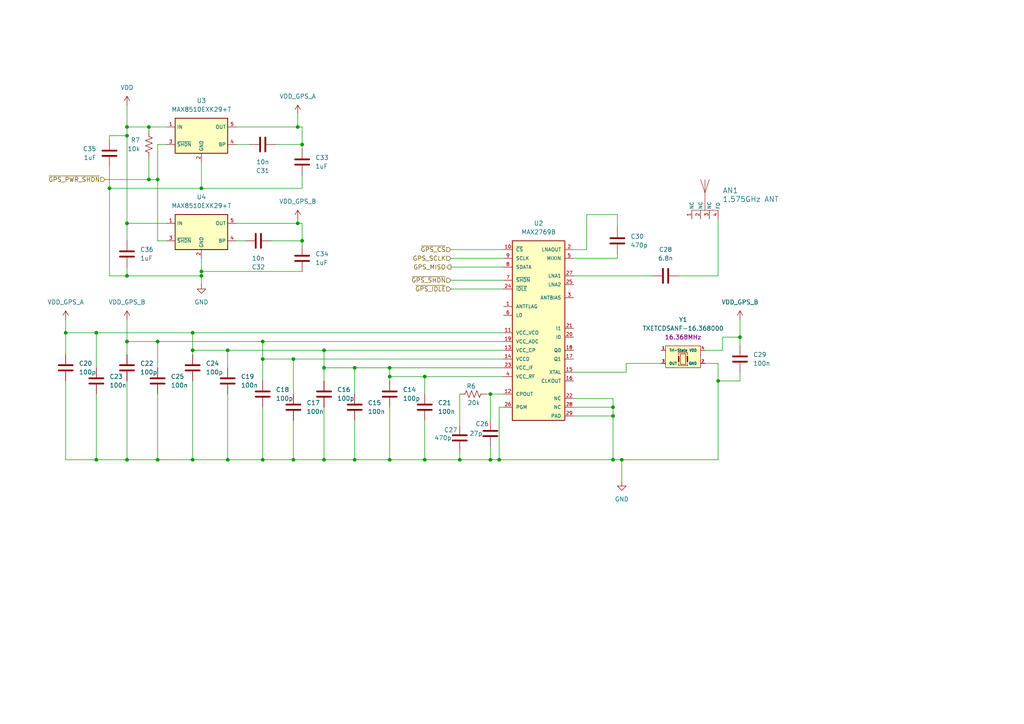
<source format=kicad_sch>
(kicad_sch (version 20231120) (generator "eeschema") (generator_version "8.0")
  (paper "A4")
  (junction (at 45.72 99.06))
  (junction (at 177.8 133.35))
  (junction (at 86.36 64.77))
  (junction (at 76.2 133.35))
  (junction (at 177.8 120.65))
  (junction (at 85.09 133.35))
  (junction (at 102.87 133.35))
  (junction (at 36.83 133.35))
  (junction (at 123.19 109.22))
  (junction (at 113.03 109.22))
  (junction (at 43.18 36.83))
  (junction (at 36.83 64.77))
  (junction (at 36.83 80.01))
  (junction (at 113.03 133.35))
  (junction (at 93.98 133.35))
  (junction (at 208.28 110.49))
  (junction (at 66.04 101.6))
  (junction (at 177.8 118.11))
  (junction (at 66.04 133.35))
  (junction (at 123.19 133.35))
  (junction (at 36.83 39.37))
  (junction (at 102.87 106.68))
  (junction (at 113.03 106.68))
  (junction (at 55.88 133.35))
  (junction (at 87.63 41.91))
  (junction (at 133.35 133.35))
  (junction (at 180.34 133.35))
  (junction (at 43.18 52.07))
  (junction (at 27.94 133.35))
  (junction (at 55.88 101.6))
  (junction (at 93.98 106.68))
  (junction (at 76.2 99.06))
  (junction (at 58.42 78.74))
  (junction (at 86.36 36.83))
  (junction (at 31.75 54.61))
  (junction (at 55.88 96.52))
  (junction (at 58.42 80.01))
  (junction (at 142.24 133.35))
  (junction (at 36.83 36.83))
  (junction (at 144.78 133.35))
  (junction (at 142.24 114.3))
  (junction (at 27.94 96.52))
  (junction (at 45.72 52.07))
  (junction (at 93.98 101.6))
  (junction (at 19.05 96.52))
  (junction (at 76.2 104.14))
  (junction (at 214.63 97.79))
  (junction (at 45.72 133.35))
  (junction (at 58.42 54.61))
  (junction (at 87.63 69.85))
  (junction (at 85.09 104.14))
  (junction (at 36.83 99.06))
  (wire (pts (xy 113.03 110.49) (xy 113.03 109.22)))
  (wire (pts (xy 113.03 106.68) (xy 113.03 109.22)))
  (wire (pts (xy 19.05 133.35) (xy 27.94 133.35)))
  (wire (pts (xy 179.07 74.93) (xy 179.07 73.66)))
  (wire (pts (xy 68.58 69.85) (xy 71.12 69.85)))
  (wire (pts (xy 133.35 133.35) (xy 142.24 133.35)))
  (wire (pts (xy 181.61 107.95) (xy 181.61 105.41)))
  (wire (pts (xy 209.55 101.6) (xy 204.47 101.6)))
  (wire (pts (xy 55.88 102.87) (xy 55.88 101.6)))
  (wire (pts (xy 180.34 133.35) (xy 177.8 133.35)))
  (wire (pts (xy 170.18 62.23) (xy 179.07 62.23)))
  (wire (pts (xy 166.37 74.93) (xy 179.07 74.93)))
  (wire (pts (xy 123.19 114.3) (xy 123.19 109.22)))
  (wire (pts (xy 45.72 133.35) (xy 55.88 133.35)))
  (wire (pts (xy 76.2 99.06) (xy 146.05 99.06)))
  (wire (pts (xy 68.58 36.83) (xy 86.36 36.83)))
  (wire (pts (xy 130.81 83.82) (xy 146.05 83.82)))
  (wire (pts (xy 19.05 92.71) (xy 19.05 96.52)))
  (wire (pts (xy 130.81 72.39) (xy 146.05 72.39)))
  (wire (pts (xy 214.63 97.79) (xy 209.55 97.79)))
  (wire (pts (xy 208.28 110.49) (xy 208.28 133.35)))
  (wire (pts (xy 130.81 74.93) (xy 146.05 74.93)))
  (wire (pts (xy 66.04 101.6) (xy 93.98 101.6)))
  (wire (pts (xy 102.87 133.35) (xy 113.03 133.35)))
  (wire (pts (xy 142.24 114.3) (xy 146.05 114.3)))
  (wire (pts (xy 36.83 110.49) (xy 36.83 133.35)))
  (wire (pts (xy 27.94 96.52) (xy 55.88 96.52)))
  (wire (pts (xy 36.83 36.83) (xy 43.18 36.83)))
  (wire (pts (xy 93.98 110.49) (xy 93.98 106.68)))
  (wire (pts (xy 133.35 114.3) (xy 133.35 123.19)))
  (wire (pts (xy 196.85 80.01) (xy 208.28 80.01)))
  (wire (pts (xy 102.87 106.68) (xy 102.87 114.3)))
  (wire (pts (xy 36.83 133.35) (xy 45.72 133.35)))
  (wire (pts (xy 78.74 69.85) (xy 87.63 69.85)))
  (wire (pts (xy 204.47 105.41) (xy 208.28 105.41)))
  (wire (pts (xy 87.63 78.74) (xy 58.42 78.74)))
  (wire (pts (xy 36.83 30.48) (xy 36.83 36.83)))
  (wire (pts (xy 19.05 96.52) (xy 27.94 96.52)))
  (wire (pts (xy 45.72 69.85) (xy 45.72 52.07)))
  (wire (pts (xy 133.35 130.81) (xy 133.35 133.35)))
  (wire (pts (xy 166.37 120.65) (xy 177.8 120.65)))
  (wire (pts (xy 36.83 69.85) (xy 36.83 64.77)))
  (wire (pts (xy 87.63 54.61) (xy 87.63 50.8)))
  (wire (pts (xy 113.03 133.35) (xy 123.19 133.35)))
  (wire (pts (xy 142.24 133.35) (xy 144.78 133.35)))
  (wire (pts (xy 93.98 118.11) (xy 93.98 133.35)))
  (wire (pts (xy 170.18 72.39) (xy 170.18 62.23)))
  (wire (pts (xy 144.78 133.35) (xy 177.8 133.35)))
  (wire (pts (xy 86.36 64.77) (xy 87.63 64.77)))
  (wire (pts (xy 55.88 96.52) (xy 146.05 96.52)))
  (wire (pts (xy 68.58 64.77) (xy 86.36 64.77)))
  (wire (pts (xy 208.28 110.49) (xy 214.63 110.49)))
  (wire (pts (xy 36.83 80.01) (xy 36.83 77.47)))
  (wire (pts (xy 58.42 46.99) (xy 58.42 54.61)))
  (wire (pts (xy 45.72 114.3) (xy 45.72 133.35)))
  (wire (pts (xy 55.88 101.6) (xy 66.04 101.6)))
  (wire (pts (xy 177.8 133.35) (xy 177.8 120.65)))
  (wire (pts (xy 66.04 106.68) (xy 66.04 101.6)))
  (wire (pts (xy 36.83 102.87) (xy 36.83 99.06)))
  (wire (pts (xy 113.03 106.68) (xy 146.05 106.68)))
  (wire (pts (xy 45.72 41.91) (xy 48.26 41.91)))
  (wire (pts (xy 19.05 110.49) (xy 19.05 133.35)))
  (wire (pts (xy 93.98 101.6) (xy 146.05 101.6)))
  (wire (pts (xy 76.2 104.14) (xy 76.2 110.49)))
  (wire (pts (xy 123.19 121.92) (xy 123.19 133.35)))
  (wire (pts (xy 113.03 118.11) (xy 113.03 133.35)))
  (wire (pts (xy 86.36 63.5) (xy 86.36 64.77)))
  (wire (pts (xy 43.18 36.83) (xy 43.18 38.1)))
  (wire (pts (xy 45.72 99.06) (xy 76.2 99.06)))
  (wire (pts (xy 58.42 80.01) (xy 58.42 78.74)))
  (wire (pts (xy 58.42 80.01) (xy 58.42 82.55)))
  (wire (pts (xy 85.09 133.35) (xy 93.98 133.35)))
  (wire (pts (xy 177.8 120.65) (xy 177.8 118.11)))
  (wire (pts (xy 58.42 74.93) (xy 58.42 78.74)))
  (wire (pts (xy 55.88 133.35) (xy 66.04 133.35)))
  (wire (pts (xy 123.19 133.35) (xy 133.35 133.35)))
  (wire (pts (xy 144.78 118.11) (xy 144.78 133.35)))
  (wire (pts (xy 31.75 54.61) (xy 31.75 80.01)))
  (wire (pts (xy 208.28 105.41) (xy 208.28 110.49)))
  (wire (pts (xy 66.04 133.35) (xy 76.2 133.35)))
  (wire (pts (xy 36.83 80.01) (xy 58.42 80.01)))
  (wire (pts (xy 208.28 80.01) (xy 208.28 63.5)))
  (wire (pts (xy 43.18 45.72) (xy 43.18 52.07)))
  (wire (pts (xy 66.04 114.3) (xy 66.04 133.35)))
  (wire (pts (xy 166.37 72.39) (xy 170.18 72.39)))
  (wire (pts (xy 31.75 39.37) (xy 36.83 39.37)))
  (wire (pts (xy 87.63 64.77) (xy 87.63 69.85)))
  (wire (pts (xy 86.36 33.02) (xy 86.36 36.83)))
  (wire (pts (xy 55.88 110.49) (xy 55.88 133.35)))
  (wire (pts (xy 177.8 115.57) (xy 166.37 115.57)))
  (wire (pts (xy 142.24 129.54) (xy 142.24 133.35)))
  (wire (pts (xy 180.34 133.35) (xy 180.34 139.7)))
  (wire (pts (xy 144.78 118.11) (xy 146.05 118.11)))
  (wire (pts (xy 166.37 107.95) (xy 181.61 107.95)))
  (wire (pts (xy 19.05 102.87) (xy 19.05 96.52)))
  (wire (pts (xy 123.19 109.22) (xy 146.05 109.22)))
  (wire (pts (xy 58.42 54.61) (xy 87.63 54.61)))
  (wire (pts (xy 30.48 52.07) (xy 43.18 52.07)))
  (wire (pts (xy 113.03 109.22) (xy 123.19 109.22)))
  (wire (pts (xy 179.07 62.23) (xy 179.07 66.04)))
  (wire (pts (xy 181.61 105.41) (xy 191.77 105.41)))
  (wire (pts (xy 31.75 48.26) (xy 31.75 54.61)))
  (wire (pts (xy 36.83 99.06) (xy 45.72 99.06)))
  (wire (pts (xy 36.83 92.71) (xy 36.83 99.06)))
  (wire (pts (xy 27.94 133.35) (xy 36.83 133.35)))
  (wire (pts (xy 76.2 118.11) (xy 76.2 133.35)))
  (wire (pts (xy 80.01 41.91) (xy 87.63 41.91)))
  (wire (pts (xy 31.75 80.01) (xy 36.83 80.01)))
  (wire (pts (xy 76.2 133.35) (xy 85.09 133.35)))
  (wire (pts (xy 43.18 36.83) (xy 48.26 36.83)))
  (wire (pts (xy 27.94 114.3) (xy 27.94 133.35)))
  (wire (pts (xy 86.36 36.83) (xy 87.63 36.83)))
  (wire (pts (xy 140.97 114.3) (xy 142.24 114.3)))
  (wire (pts (xy 87.63 41.91) (xy 87.63 43.18)))
  (wire (pts (xy 177.8 118.11) (xy 177.8 115.57)))
  (wire (pts (xy 45.72 41.91) (xy 45.72 52.07)))
  (wire (pts (xy 48.26 69.85) (xy 45.72 69.85)))
  (wire (pts (xy 214.63 110.49) (xy 214.63 107.95)))
  (wire (pts (xy 31.75 54.61) (xy 58.42 54.61)))
  (wire (pts (xy 27.94 96.52) (xy 27.94 106.68)))
  (wire (pts (xy 85.09 104.14) (xy 146.05 104.14)))
  (wire (pts (xy 31.75 39.37) (xy 31.75 40.64)))
  (wire (pts (xy 93.98 106.68) (xy 102.87 106.68)))
  (wire (pts (xy 76.2 99.06) (xy 76.2 104.14)))
  (wire (pts (xy 45.72 99.06) (xy 45.72 106.68)))
  (wire (pts (xy 85.09 104.14) (xy 85.09 114.3)))
  (wire (pts (xy 93.98 133.35) (xy 102.87 133.35)))
  (wire (pts (xy 130.81 81.28) (xy 146.05 81.28)))
  (wire (pts (xy 85.09 121.92) (xy 85.09 133.35)))
  (wire (pts (xy 76.2 104.14) (xy 85.09 104.14)))
  (wire (pts (xy 130.81 77.47) (xy 146.05 77.47)))
  (wire (pts (xy 102.87 121.92) (xy 102.87 133.35)))
  (wire (pts (xy 36.83 39.37) (xy 36.83 64.77)))
  (wire (pts (xy 87.63 36.83) (xy 87.63 41.91)))
  (wire (pts (xy 214.63 100.33) (xy 214.63 97.79)))
  (wire (pts (xy 166.37 80.01) (xy 189.23 80.01)))
  (wire (pts (xy 43.18 52.07) (xy 45.72 52.07)))
  (wire (pts (xy 36.83 36.83) (xy 36.83 39.37)))
  (wire (pts (xy 214.63 92.71) (xy 214.63 97.79)))
  (wire (pts (xy 208.28 133.35) (xy 180.34 133.35)))
  (wire (pts (xy 142.24 114.3) (xy 142.24 121.92)))
  (wire (pts (xy 93.98 101.6) (xy 93.98 106.68)))
  (wire (pts (xy 68.58 41.91) (xy 72.39 41.91)))
  (wire (pts (xy 36.83 64.77) (xy 48.26 64.77)))
  (wire (pts (xy 102.87 106.68) (xy 113.03 106.68)))
  (wire (pts (xy 87.63 69.85) (xy 87.63 71.12)))
  (wire (pts (xy 166.37 118.11) (xy 177.8 118.11)))
  (wire (pts (xy 209.55 97.79) (xy 209.55 101.6)))
  (wire (pts (xy 55.88 96.52) (xy 55.88 101.6)))
  (hierarchical_label "GPS_SCLK" (shape input) (at 130.81 74.93 180))
  (hierarchical_label "~{GPS_SHDN}" (shape input) (at 130.81 81.28 180))
  (hierarchical_label "~{GPS_IDLE}" (shape input) (at 130.81 83.82 180))
  (hierarchical_label "~{GPS_PWR_SHDN}" (shape input) (at 30.48 52.07 180))
  (hierarchical_label "GPS_MISO" (shape output) (at 130.81 77.47 180))
  (hierarchical_label "~{GPS_CS}" (shape input) (at 130.81 72.39 180))
  (symbol (lib_id "AllardPassive:C10A90-10000") (at 76.2 41.91 90) (mirror x) (unit 1)
    (property "Reference" "C31" (at 76.2 49.53 90))
    (property "Value" "10n" (at 76.2 46.99 90))
    (property "Footprint" "AllardChip:CAPC40X20X22L10L" (effects (hide yes)))
    (property "Datasheet" "https://search.murata.co.jp/Ceramy/image/img/A01X/G101/ENG/GRM022C71A103KE01-01A.pdf" (effects (hide yes)))
    (property "Description" "10nF 10V 01005 X7S 10% Cap" (effects (hide yes)))
    (property "MPN" "GRM022C71A103KE01L" (effects (hide yes)))
    (property "manf#" "GRM022C71A103KE01L" (effects (hide yes)))
    (property "SUP1" "Digi-Key" (effects (hide yes)))
    (property "SUP1_PN" "490-GRM022C71A103KE01LTR-ND" (effects (hide yes)))
    (property "AI_PN" "${SYMBOL_NAME}" (effects (hide yes)))
    (property "SUP2" "Mouser" (effects (hide yes)))
    (property "SUP2_PN" "81-GRM0271A103KE01L" (effects (hide yes)))
    (property "Voltage" "50V" (effects (hide yes)))
    (property "ESR" "X7R" (effects (hide yes)))
    (property "Temperature" "-55-125" (effects (hide yes)))
    (property "Tolerance" "10%" (effects (hide yes)))
    (property "Manufacturer" "Murata Electronics" (effects (hide yes)))
    (property "variant" "default" (effects (hide yes)))
  )
  (symbol (lib_id "power:GND") (at 180.34 139.7 0) (unit 1)
    (property "Reference" "#PWR07" (effects (hide yes)))
    (property "Value" "GND" (at 180.34 144.78 0))
    (property "Description" "Power symbol creates a global label with name \"GND\" , ground" (effects (hide yes)))
  )
  (symbol (lib_id "AllardPassive:C10A71-10000") (at 87.63 74.93 0) (unit 1)
    (property "Reference" "C34" (at 91.44 73.6599 0) (effects (justify left)))
    (property "Value" "1uF" (at 91.44 76.1999 0) (effects (justify left)))
    (property "Footprint" "AllardChip:CAPC60X30X39L17L" (effects (hide yes)))
    (property "Datasheet" "https://search.murata.co.jp/Ceramy/image/img/A01X/G101/ENG/GRM033D70J105ME01-01A.pdf" (effects (hide yes)))
    (property "Description" "1uF 6.3V 0201 X7T 20% Cap" (effects (hide yes)))
    (property "MPN" "GRM033D70J105ME01D" (effects (hide yes)))
    (property "manf#" "GRM033D70J105ME01D" (effects (hide yes)))
    (property "SUP1" "Digi-Key" (effects (hide yes)))
    (property "SUP1_PN" "490-GRM033D70J105ME01DCT-ND" (effects (hide yes)))
    (property "AI_PN" "${SYMBOL_NAME}" (effects (hide yes)))
    (property "SUP2" "Mouser" (effects (hide yes)))
    (property "SUP2_PN" "81-GRM033D70J105ME1D" (effects (hide yes)))
    (property "Voltage" "6.3V" (effects (hide yes)))
    (property "ESR" "X7T" (effects (hide yes)))
    (property "Temperature" "-55-125" (effects (hide yes)))
    (property "Tolerance" "10%" (effects (hide yes)))
    (property "Manufacturer" "Murata Electronics" (effects (hide yes)))
    (property "variant" "default" (effects (hide yes)))
  )
  (symbol (lib_id "AllardPassive:C10AB1-10000") (at 76.2 114.3 0) (unit 1)
    (property "Reference" "C18" (at 80.01 113.0299 0) (effects (justify left)))
    (property "Value" "100p" (at 80.01 115.5699 0) (effects (justify left)))
    (property "Footprint" "AllardChip:CAPC60X30X33L15L" (effects (hide yes)))
    (property "Datasheet" "https://search.murata.co.jp/Ceramy/image/img/A01X/G101/ENG/GRM033R71H101KA12-01.pdf" (effects (hide yes)))
    (property "Description" "100pF 50V 0201 X7R 10% Cap" (effects (hide yes)))
    (property "MPN" "GRM033R71H101KA12D" (effects (hide yes)))
    (property "manf#" "GRM033R71H101KA12D" (effects (hide yes)))
    (property "SUP1" "Digi-Key" (effects (hide yes)))
    (property "SUP1_PN" "490-14572-1-ND" (effects (hide yes)))
    (property "AI_PN" "${SYMBOL_NAME}" (effects (hide yes)))
    (property "SUP2" "Mouser" (effects (hide yes)))
    (property "SUP2_PN" "81-GRM033R71H101KA2D" (effects (hide yes)))
    (property "Voltage" "50V" (effects (hide yes)))
    (property "ESR" "X7R" (effects (hide yes)))
    (property "Temperature" "-55-125" (effects (hide yes)))
    (property "Tolerance" "10%" (effects (hide yes)))
    (property "Manufacturer" "Murata Electronics" (effects (hide yes)))
    (property "variant" "default" (effects (hide yes)))
    (property "SUP3" "LCSC" (effects (hide yes)))
    (property "SUP3_PN" "C161491" (effects (hide yes)))
  )
  (symbol (lib_id "AllardPassive:C68AA1-10000") (at 193.04 80.01 90) (unit 1)
    (property "Reference" "C28" (at 193.04 72.39 90))
    (property "Value" "6.8n" (at 193.04 74.93 90))
    (property "Footprint" "AllardChip:CAPC60X30X33L15L" (effects (hide yes)))
    (property "Datasheet" "https://search.murata.co.jp/Ceramy/image/img/A01X/G101/ENG/GRM033R71E682KE14-01.pdf" (effects (hide yes)))
    (property "Description" "10nF 25V 0201 X7R 10% Cap" (effects (hide yes)))
    (property "MPN" "GRM033R71E682KE14D" (effects (hide yes)))
    (property "manf#" "GRM033R71E682KE14D" (effects (hide yes)))
    (property "SUP1" "Digi-Key" (effects (hide yes)))
    (property "SUP1_PN" "490-17101-1-ND" (effects (hide yes)))
    (property "AI_PN" "${SYMBOL_NAME}" (effects (hide yes)))
    (property "SUP2" "Mouser" (effects (hide yes)))
    (property "SUP2_PN" "81-GRM033R71E682KE4D" (effects (hide yes)))
    (property "Voltage" "25V" (effects (hide yes)))
    (property "ESR" "X7R" (effects (hide yes)))
    (property "Temperature" "-55-125" (effects (hide yes)))
    (property "Tolerance" "10%" (effects (hide yes)))
    (property "Manufacturer" "Murata Electronics" (effects (hide yes)))
    (property "variant" "default" (effects (hide yes)))
    (property "SUP3" "LCSC" (effects (hide yes)))
    (property "SUP3_PN" "C385027" (effects (hide yes)))
  )
  (symbol (lib_id "power:VDD") (at 214.63 92.71 0) (unit 1)
    (property "Reference" "#PWR016" (effects (hide yes)))
    (property "Value" "VDD_GPS_B" (at 214.63 87.63 0))
    (property "Description" "Power symbol creates a global label with name \"VDD\"" (effects (hide yes)))
  )
  (symbol (lib_id "AllardPassive:C10A71-10000") (at 87.63 46.99 0) (unit 1)
    (property "Reference" "C33" (at 91.44 45.7199 0) (effects (justify left)))
    (property "Value" "1uF" (at 91.44 48.2599 0) (effects (justify left)))
    (property "Footprint" "AllardChip:CAPC60X30X39L17L" (effects (hide yes)))
    (property "Datasheet" "https://search.murata.co.jp/Ceramy/image/img/A01X/G101/ENG/GRM033D70J105ME01-01A.pdf" (effects (hide yes)))
    (property "Description" "1uF 6.3V 0201 X7T 20% Cap" (effects (hide yes)))
    (property "MPN" "GRM033D70J105ME01D" (effects (hide yes)))
    (property "manf#" "GRM033D70J105ME01D" (effects (hide yes)))
    (property "SUP1" "Digi-Key" (effects (hide yes)))
    (property "SUP1_PN" "490-GRM033D70J105ME01DCT-ND" (effects (hide yes)))
    (property "AI_PN" "${SYMBOL_NAME}" (effects (hide yes)))
    (property "SUP2" "Mouser" (effects (hide yes)))
    (property "SUP2_PN" "81-GRM033D70J105ME1D" (effects (hide yes)))
    (property "Voltage" "6.3V" (effects (hide yes)))
    (property "ESR" "X7T" (effects (hide yes)))
    (property "Temperature" "-55-125" (effects (hide yes)))
    (property "Tolerance" "10%" (effects (hide yes)))
    (property "Manufacturer" "Murata Electronics" (effects (hide yes)))
    (property "variant" "default" (effects (hide yes)))
  )
  (symbol (lib_id "AllardPassive:C10A81-10000") (at 214.63 104.14 0) (unit 1)
    (property "Reference" "C29" (at 218.44 102.8699 0) (effects (justify left)))
    (property "Value" "100n" (at 218.44 105.4099 0) (effects (justify left)))
    (property "Footprint" "AllardChip:CAPC60X30X39L17L" (effects (hide yes)))
    (property "Datasheet" "https://search.murata.co.jp/Ceramy/image/img/A01X/G101/ENG/GRM033Z71C104KE14-01.pdf" (effects (hide yes)))
    (property "Description" "100nF 16V 0201 X7R 10% Cap" (effects (hide yes)))
    (property "MPN" "GRM033Z71C104KE14D" (effects (hide yes)))
    (property "manf#" "GRM033Z71C104KE14D" (effects (hide yes)))
    (property "SUP1" "Digi-Key" (effects (hide yes)))
    (property "SUP1_PN" "490-GRM033Z71C104KE14DCT-ND" (effects (hide yes)))
    (property "AI_PN" "${SYMBOL_NAME}" (effects (hide yes)))
    (property "SUP2" "Mouser" (effects (hide yes)))
    (property "SUP2_PN" "81-GRM033Z71C104KE4D" (effects (hide yes)))
    (property "Voltage" "16V" (effects (hide yes)))
    (property "ESR" "X7R" (effects (hide yes)))
    (property "Temperature" "-55-125" (effects (hide yes)))
    (property "Tolerance" "10%" (effects (hide yes)))
    (property "Manufacturer" "Murata Electronics" (effects (hide yes)))
    (property "variant" "default" (effects (hide yes)))
    (property "SUP3" "LCSC" (effects (hide yes)))
    (property "SUP3_PN" "C668346" (effects (hide yes)))
  )
  (symbol (lib_id "AllardPassive:R20021-10000") (at 137.16 114.3 90) (unit 1)
    (property "Reference" "R6" (at 136.652 112.014 90))
    (property "Value" "20k" (at 137.414 116.84 90))
    (property "Footprint" "AllardChip:RESC60X30X26L15L" (effects (hide yes)))
    (property "Datasheet" "https://industrial.panasonic.com/cdbs/www-data/pdf/RDA0000/AOA0000C304.pdf" (effects (hide yes)))
    (property "Description" "20k 0201 0.05W 1% Res" (effects (hide yes)))
    (property "AI_PN" "${SYMBOL_NAME}" (effects (hide yes)))
    (property "MPN" "ERJ-1GNF2002C" (effects (hide yes)))
    (property "Manufacturer" "Panasonic Electronics Components" (effects (hide yes)))
    (property "manf#" "ERJ-1GNF2002C" (effects (hide yes)))
    (property "SUP1" "Digi-Key" (effects (hide yes)))
    (property "SUP1_PN" "P122813CT-ND" (effects (hide yes)))
    (property "SUP2" "Mouser" (effects (hide yes)))
    (property "SUP2_PN" "667-ERJ-1GNF2002C" (effects (hide yes)))
    (property "Tolerance" "1%" (effects (hide yes)))
    (property "Power" "0.05W" (effects (hide yes)))
    (property "Temperature" "-55-125" (effects (hide yes)))
    (property "variant" "default" (effects (hide yes)))
    (property "TempCoef" "±200ppm/°C" (effects (hide yes)))
  )
  (symbol (lib_id "power:VDD") (at 36.83 30.48 0) (unit 1)
    (property "Reference" "#PWR012" (effects (hide yes)))
    (property "Value" "VDD" (at 36.83 25.4 0))
    (property "Description" "Power symbol creates a global label with name \"VDD\"" (effects (hide yes)))
  )
  (symbol (lib_id "power:VDD") (at 86.36 63.5 0) (unit 1)
    (property "Reference" "#PWR015" (effects (hide yes)))
    (property "Value" "VDD_GPS_B" (at 86.36 58.42 0))
    (property "Description" "Power symbol creates a global label with name \"VDD\"" (effects (hide yes)))
  )
  (symbol (lib_id "AllardPassive:C10A71-10000") (at 31.75 44.45 0) (mirror y) (unit 1)
    (property "Reference" "C35" (at 27.94 43.1799 0) (effects (justify left)))
    (property "Value" "1uF" (at 27.94 45.7199 0) (effects (justify left)))
    (property "Footprint" "AllardChip:CAPC60X30X39L17L" (effects (hide yes)))
    (property "Datasheet" "https://search.murata.co.jp/Ceramy/image/img/A01X/G101/ENG/GRM033D70J105ME01-01A.pdf" (effects (hide yes)))
    (property "Description" "1uF 6.3V 0201 X7T 20% Cap" (effects (hide yes)))
    (property "MPN" "GRM033D70J105ME01D" (effects (hide yes)))
    (property "manf#" "GRM033D70J105ME01D" (effects (hide yes)))
    (property "SUP1" "Digi-Key" (effects (hide yes)))
    (property "SUP1_PN" "490-GRM033D70J105ME01DCT-ND" (effects (hide yes)))
    (property "AI_PN" "${SYMBOL_NAME}" (effects (hide yes)))
    (property "SUP2" "Mouser" (effects (hide yes)))
    (property "SUP2_PN" "81-GRM033D70J105ME1D" (effects (hide yes)))
    (property "Voltage" "6.3V" (effects (hide yes)))
    (property "ESR" "X7T" (effects (hide yes)))
    (property "Temperature" "-55-125" (effects (hide yes)))
    (property "Tolerance" "10%" (effects (hide yes)))
    (property "Manufacturer" "Murata Electronics" (effects (hide yes)))
    (property "variant" "default" (effects (hide yes)))
  )
  (symbol (lib_id "power:VDD") (at 86.36 33.02 0) (unit 1)
    (property "Reference" "#PWR014" (effects (hide yes)))
    (property "Value" "VDD_GPS_A" (at 86.36 27.94 0))
    (property "Description" "Power symbol creates a global label with name \"VDD\"" (effects (hide yes)))
  )
  (symbol (lib_id "AllardPassive:C10AB1-10000") (at 55.88 106.68 0) (unit 1)
    (property "Reference" "C24" (at 59.69 105.4099 0) (effects (justify left)))
    (property "Value" "100p" (at 59.69 107.9499 0) (effects (justify left)))
    (property "Footprint" "AllardChip:CAPC60X30X33L15L" (effects (hide yes)))
    (property "Datasheet" "https://search.murata.co.jp/Ceramy/image/img/A01X/G101/ENG/GRM033R71H101KA12-01.pdf" (effects (hide yes)))
    (property "Description" "100pF 50V 0201 X7R 10% Cap" (effects (hide yes)))
    (property "MPN" "GRM033R71H101KA12D" (effects (hide yes)))
    (property "manf#" "GRM033R71H101KA12D" (effects (hide yes)))
    (property "SUP1" "Digi-Key" (effects (hide yes)))
    (property "SUP1_PN" "490-14572-1-ND" (effects (hide yes)))
    (property "AI_PN" "${SYMBOL_NAME}" (effects (hide yes)))
    (property "SUP2" "Mouser" (effects (hide yes)))
    (property "SUP2_PN" "81-GRM033R71H101KA2D" (effects (hide yes)))
    (property "Voltage" "50V" (effects (hide yes)))
    (property "ESR" "X7R" (effects (hide yes)))
    (property "Temperature" "-55-125" (effects (hide yes)))
    (property "Tolerance" "10%" (effects (hide yes)))
    (property "Manufacturer" "Murata Electronics" (effects (hide yes)))
    (property "variant" "default" (effects (hide yes)))
    (property "SUP3" "LCSC" (effects (hide yes)))
    (property "SUP3_PN" "C161491" (effects (hide yes)))
  )
  (symbol (lib_id "power:VDD") (at 36.83 92.71 0) (unit 1)
    (property "Reference" "#PWR017" (effects (hide yes)))
    (property "Value" "VDD_GPS_B" (at 36.83 87.63 0))
    (property "Description" "Power symbol creates a global label with name \"VDD\"" (effects (hide yes)))
  )
  (symbol (lib_id "AllardPassive:C27AC1-10000") (at 142.24 125.73 0) (unit 1)
    (property "Reference" "C26" (at 137.922 122.936 0) (effects (justify left)))
    (property "Value" "27p" (at 136.144 125.73 0) (effects (justify left)))
    (property "Footprint" "AllardChip:CAPC60X30X33L15L" (effects (hide yes)))
    (property "Datasheet" "https://search.murata.co.jp/Ceramy/image/img/A01X/G101/ENG/GRM0335C1E270JA01-01.pdf" (effects (hide yes)))
    (property "Description" "27pF 25V 0201 X7R 5% Cap" (effects (hide yes)))
    (property "MPN" "GRM0335C1E270JA01D" (effects (hide yes)))
    (property "manf#" "GRM0335C1E270JA01D" (effects (hide yes)))
    (property "SUP1" "Digi-Key" (effects (hide yes)))
    (property "SUP1_PN" "490-3150-1-ND" (effects (hide yes)))
    (property "AI_PN" "${SYMBOL_NAME}" (effects (hide yes)))
    (property "SUP2" "Mouser" (effects (hide yes)))
    (property "SUP2_PN" "81-GRM0335C1E270JA1D" (effects (hide yes)))
    (property "Voltage" "25V" (effects (hide yes)))
    (property "ESR" "X7R" (effects (hide yes)))
    (property "Temperature" "-55-125" (effects (hide yes)))
    (property "Tolerance" "5%" (effects (hide yes)))
    (property "Manufacturer" "Murata Electronics" (effects (hide yes)))
    (property "variant" "default" (effects (hide yes)))
    (property "SUP3" "LCSC" (effects (hide yes)))
    (property "SUP3_PN" "C161381" (effects (hide yes)))
  )
  (symbol (lib_id "AllardPassive:C10A90-10000") (at 74.93 69.85 90) (mirror x) (unit 1)
    (property "Reference" "C32" (at 74.93 77.47 90))
    (property "Value" "10n" (at 74.93 74.93 90))
    (property "Footprint" "AllardChip:CAPC40X20X22L10L" (effects (hide yes)))
    (property "Datasheet" "https://search.murata.co.jp/Ceramy/image/img/A01X/G101/ENG/GRM022C71A103KE01-01A.pdf" (effects (hide yes)))
    (property "Description" "10nF 10V 01005 X7S 10% Cap" (effects (hide yes)))
    (property "MPN" "GRM022C71A103KE01L" (effects (hide yes)))
    (property "manf#" "GRM022C71A103KE01L" (effects (hide yes)))
    (property "SUP1" "Digi-Key" (effects (hide yes)))
    (property "SUP1_PN" "490-GRM022C71A103KE01LTR-ND" (effects (hide yes)))
    (property "AI_PN" "${SYMBOL_NAME}" (effects (hide yes)))
    (property "SUP2" "Mouser" (effects (hide yes)))
    (property "SUP2_PN" "81-GRM0271A103KE01L" (effects (hide yes)))
    (property "Voltage" "50V" (effects (hide yes)))
    (property "ESR" "X7R" (effects (hide yes)))
    (property "Temperature" "-55-125" (effects (hide yes)))
    (property "Tolerance" "10%" (effects (hide yes)))
    (property "Manufacturer" "Murata Electronics" (effects (hide yes)))
    (property "variant" "default" (effects (hide yes)))
  )
  (symbol (lib_id "AllardPassive:C10A81-10000") (at 85.09 118.11 0) (unit 1)
    (property "Reference" "C17" (at 88.9 116.8399 0) (effects (justify left)))
    (property "Value" "100n" (at 88.9 119.3799 0) (effects (justify left)))
    (property "Footprint" "AllardChip:CAPC60X30X39L17L" (effects (hide yes)))
    (property "Datasheet" "https://search.murata.co.jp/Ceramy/image/img/A01X/G101/ENG/GRM033Z71C104KE14-01.pdf" (effects (hide yes)))
    (property "Description" "100nF 16V 0201 X7R 10% Cap" (effects (hide yes)))
    (property "MPN" "GRM033Z71C104KE14D" (effects (hide yes)))
    (property "manf#" "GRM033Z71C104KE14D" (effects (hide yes)))
    (property "SUP1" "Digi-Key" (effects (hide yes)))
    (property "SUP1_PN" "490-GRM033Z71C104KE14DCT-ND" (effects (hide yes)))
    (property "AI_PN" "${SYMBOL_NAME}" (effects (hide yes)))
    (property "SUP2" "Mouser" (effects (hide yes)))
    (property "SUP2_PN" "81-GRM033Z71C104KE4D" (effects (hide yes)))
    (property "Voltage" "16V" (effects (hide yes)))
    (property "ESR" "X7R" (effects (hide yes)))
    (property "Temperature" "-55-125" (effects (hide yes)))
    (property "Tolerance" "10%" (effects (hide yes)))
    (property "Manufacturer" "Murata Electronics" (effects (hide yes)))
    (property "variant" "default" (effects (hide yes)))
    (property "SUP3" "LCSC" (effects (hide yes)))
    (property "SUP3_PN" "C668346" (effects (hide yes)))
  )
  (symbol (lib_id "AllardPassive:C10A81-10000") (at 27.94 110.49 0) (unit 1)
    (property "Reference" "C23" (at 31.75 109.2199 0) (effects (justify left)))
    (property "Value" "100n" (at 31.75 111.7599 0) (effects (justify left)))
    (property "Footprint" "AllardChip:CAPC60X30X39L17L" (effects (hide yes)))
    (property "Datasheet" "https://search.murata.co.jp/Ceramy/image/img/A01X/G101/ENG/GRM033Z71C104KE14-01.pdf" (effects (hide yes)))
    (property "Description" "100nF 16V 0201 X7R 10% Cap" (effects (hide yes)))
    (property "MPN" "GRM033Z71C104KE14D" (effects (hide yes)))
    (property "manf#" "GRM033Z71C104KE14D" (effects (hide yes)))
    (property "SUP1" "Digi-Key" (effects (hide yes)))
    (property "SUP1_PN" "490-GRM033Z71C104KE14DCT-ND" (effects (hide yes)))
    (property "AI_PN" "${SYMBOL_NAME}" (effects (hide yes)))
    (property "SUP2" "Mouser" (effects (hide yes)))
    (property "SUP2_PN" "81-GRM033Z71C104KE4D" (effects (hide yes)))
    (property "Voltage" "16V" (effects (hide yes)))
    (property "ESR" "X7R" (effects (hide yes)))
    (property "Temperature" "-55-125" (effects (hide yes)))
    (property "Tolerance" "10%" (effects (hide yes)))
    (property "Manufacturer" "Murata Electronics" (effects (hide yes)))
    (property "variant" "default" (effects (hide yes)))
    (property "SUP3" "LCSC" (effects (hide yes)))
    (property "SUP3_PN" "C668346" (effects (hide yes)))
  )
  (symbol (lib_id "AllardPassive:C47AB1-10000") (at 179.07 69.85 0) (unit 1)
    (property "Reference" "C30" (at 182.88 68.5799 0) (effects (justify left)))
    (property "Value" "470p" (at 182.88 71.1199 0) (effects (justify left)))
    (property "Footprint" "AllardChip:CAPC60X30X33L15L" (effects (hide yes)))
    (property "Datasheet" "https://search.murata.co.jp/Ceramy/image/img/A01X/G101/ENG/GRM033R71H471KA12-01.pdf" (effects (hide yes)))
    (property "Description" "100pF 50V 0201 X7R 10% Cap" (effects (hide yes)))
    (property "MPN" "GRM033R71H471KA12D" (effects (hide yes)))
    (property "manf#" "GRM033R71H471KA12D" (effects (hide yes)))
    (property "SUP1" "Digi-Key" (effects (hide yes)))
    (property "SUP1_PN" "490-12690-1-ND" (effects (hide yes)))
    (property "AI_PN" "${SYMBOL_NAME}" (effects (hide yes)))
    (property "SUP2" "Mouser" (effects (hide yes)))
    (property "SUP2_PN" "81-GRM033R71H471KA2D" (effects (hide yes)))
    (property "Voltage" "50V" (effects (hide yes)))
    (property "ESR" "X7R" (effects (hide yes)))
    (property "Temperature" "-55-125" (effects (hide yes)))
    (property "Tolerance" "10%" (effects (hide yes)))
    (property "Manufacturer" "Murata Electronics" (effects (hide yes)))
    (property "variant" "default" (effects (hide yes)))
    (property "SUP3" "LCSC" (effects (hide yes)))
    (property "SUP3_PN" "C161493" (effects (hide yes)))
  )
  (symbol (lib_id "AllardPassive:C47AB1-10000") (at 133.35 127 0) (unit 1)
    (property "Reference" "C27" (at 128.778 124.714 0) (effects (justify left)))
    (property "Value" "470p" (at 125.984 127 0) (effects (justify left)))
    (property "Footprint" "AllardChip:CAPC60X30X33L15L" (effects (hide yes)))
    (property "Datasheet" "https://search.murata.co.jp/Ceramy/image/img/A01X/G101/ENG/GRM033R71H471KA12-01.pdf" (effects (hide yes)))
    (property "Description" "100pF 50V 0201 X7R 10% Cap" (effects (hide yes)))
    (property "MPN" "GRM033R71H471KA12D" (effects (hide yes)))
    (property "manf#" "GRM033R71H471KA12D" (effects (hide yes)))
    (property "SUP1" "Digi-Key" (effects (hide yes)))
    (property "SUP1_PN" "490-12690-1-ND" (effects (hide yes)))
    (property "AI_PN" "${SYMBOL_NAME}" (effects (hide yes)))
    (property "SUP2" "Mouser" (effects (hide yes)))
    (property "SUP2_PN" "81-GRM033R71H471KA2D" (effects (hide yes)))
    (property "Voltage" "50V" (effects (hide yes)))
    (property "ESR" "X7R" (effects (hide yes)))
    (property "Temperature" "-55-125" (effects (hide yes)))
    (property "Tolerance" "10%" (effects (hide yes)))
    (property "Manufacturer" "Murata Electronics" (effects (hide yes)))
    (property "variant" "default" (effects (hide yes)))
    (property "SUP3" "LCSC" (effects (hide yes)))
    (property "SUP3_PN" "C161493" (effects (hide yes)))
  )
  (symbol (lib_id "AllardPassive:C10AB1-10000") (at 113.03 114.3 0) (unit 1)
    (property "Reference" "C14" (at 116.84 113.0299 0) (effects (justify left)))
    (property "Value" "100p" (at 116.84 115.5699 0) (effects (justify left)))
    (property "Footprint" "AllardChip:CAPC60X30X33L15L" (effects (hide yes)))
    (property "Datasheet" "https://search.murata.co.jp/Ceramy/image/img/A01X/G101/ENG/GRM033R71H101KA12-01.pdf" (effects (hide yes)))
    (property "Description" "100pF 50V 0201 X7R 10% Cap" (effects (hide yes)))
    (property "MPN" "GRM033R71H101KA12D" (effects (hide yes)))
    (property "manf#" "GRM033R71H101KA12D" (effects (hide yes)))
    (property "SUP1" "Digi-Key" (effects (hide yes)))
    (property "SUP1_PN" "490-14572-1-ND" (effects (hide yes)))
    (property "AI_PN" "${SYMBOL_NAME}" (effects (hide yes)))
    (property "SUP2" "Mouser" (effects (hide yes)))
    (property "SUP2_PN" "81-GRM033R71H101KA2D" (effects (hide yes)))
    (property "Voltage" "50V" (effects (hide yes)))
    (property "ESR" "X7R" (effects (hide yes)))
    (property "Temperature" "-55-125" (effects (hide yes)))
    (property "Tolerance" "10%" (effects (hide yes)))
    (property "Manufacturer" "Murata Electronics" (effects (hide yes)))
    (property "variant" "default" (effects (hide yes)))
    (property "SUP3" "LCSC" (effects (hide yes)))
    (property "SUP3_PN" "C161491" (effects (hide yes)))
  )
  (symbol (lib_id "AllardPassive:C10A71-10000") (at 36.83 73.66 0) (unit 1)
    (property "Reference" "C36" (at 40.64 72.3899 0) (effects (justify left)))
    (property "Value" "1uF" (at 40.64 74.9299 0) (effects (justify left)))
    (property "Footprint" "AllardChip:CAPC60X30X39L17L" (effects (hide yes)))
    (property "Datasheet" "https://search.murata.co.jp/Ceramy/image/img/A01X/G101/ENG/GRM033D70J105ME01-01A.pdf" (effects (hide yes)))
    (property "Description" "1uF 6.3V 0201 X7T 20% Cap" (effects (hide yes)))
    (property "MPN" "GRM033D70J105ME01D" (effects (hide yes)))
    (property "manf#" "GRM033D70J105ME01D" (effects (hide yes)))
    (property "SUP1" "Digi-Key" (effects (hide yes)))
    (property "SUP1_PN" "490-GRM033D70J105ME01DCT-ND" (effects (hide yes)))
    (property "AI_PN" "${SYMBOL_NAME}" (effects (hide yes)))
    (property "SUP2" "Mouser" (effects (hide yes)))
    (property "SUP2_PN" "81-GRM033D70J105ME1D" (effects (hide yes)))
    (property "Voltage" "6.3V" (effects (hide yes)))
    (property "ESR" "X7T" (effects (hide yes)))
    (property "Temperature" "-55-125" (effects (hide yes)))
    (property "Tolerance" "10%" (effects (hide yes)))
    (property "Manufacturer" "Murata Electronics" (effects (hide yes)))
    (property "variant" "default" (effects (hide yes)))
  )
  (symbol (lib_id "AllardOSC:Y00004") (at 198.12 104.14 0) (mirror y) (unit 1)
    (property "Reference" "Y1" (at 198.12 92.71 0))
    (property "Value" "TXETCDSANF-16.368000" (at 198.12 95.25 0))
    (property "Footprint" "Allard_dfn_qfn:OSCDFN4_250X320X100L70X80L" (effects (hide yes)))
    (property "Datasheet" "https://www.taitien.com/wp-content/uploads/2015/12/XO-0076_TX.pdf" (effects (hide yes)))
    (property "Description" "16.368MHz oscillator with enable pin" (effects (hide yes)))
    (property "Frequency" "16.368MHz" (at 198.12 97.79 0))
    (property "Temperature" "-30-85" (effects (hide yes)))
    (property "SUP1" "DigiKey" (effects (hide yes)))
    (property "SUP1_PN" "1664-1271-1-ND" (effects (hide yes)))
    (property "Manufacturer" "Taitien" (effects (hide yes)))
    (property "variant" "default" (effects (hide yes)))
    (property "MPN" "TXETCDSANF-16.368000" (effects (hide yes)))
    (property "SUP3" "LCSC" (effects (hide yes)))
    (property "SUP3_PN" "C6902190" (effects (hide yes)))
    (property "manf#" "TXETCDSANF-16.368000" (effects (hide yes)))
    (property "Tolerance" "2ppm" (effects (hide yes)))
  )
  (symbol (lib_id "AllardPassive:C10AB1-10000") (at 36.83 106.68 0) (unit 1)
    (property "Reference" "C22" (at 40.64 105.4099 0) (effects (justify left)))
    (property "Value" "100p" (at 40.64 107.9499 0) (effects (justify left)))
    (property "Footprint" "AllardChip:CAPC60X30X33L15L" (effects (hide yes)))
    (property "Datasheet" "https://search.murata.co.jp/Ceramy/image/img/A01X/G101/ENG/GRM033R71H101KA12-01.pdf" (effects (hide yes)))
    (property "Description" "100pF 50V 0201 X7R 10% Cap" (effects (hide yes)))
    (property "MPN" "GRM033R71H101KA12D" (effects (hide yes)))
    (property "manf#" "GRM033R71H101KA12D" (effects (hide yes)))
    (property "SUP1" "Digi-Key" (effects (hide yes)))
    (property "SUP1_PN" "490-14572-1-ND" (effects (hide yes)))
    (property "AI_PN" "${SYMBOL_NAME}" (effects (hide yes)))
    (property "SUP2" "Mouser" (effects (hide yes)))
    (property "SUP2_PN" "81-GRM033R71H101KA2D" (effects (hide yes)))
    (property "Voltage" "50V" (effects (hide yes)))
    (property "ESR" "X7R" (effects (hide yes)))
    (property "Temperature" "-55-125" (effects (hide yes)))
    (property "Tolerance" "10%" (effects (hide yes)))
    (property "Manufacturer" "Murata Electronics" (effects (hide yes)))
    (property "variant" "default" (effects (hide yes)))
    (property "SUP3" "LCSC" (effects (hide yes)))
    (property "SUP3_PN" "C161491" (effects (hide yes)))
  )
  (symbol (lib_id "AllardPower:U40017") (at 58.42 67.31 0) (unit 1)
    (property "Reference" "U4" (at 58.42 57.15 0))
    (property "Value" "MAX8510EXK29+T" (at 58.42 59.69 0))
    (property "Footprint" "AllardSOT:SOT23-5P65_210X110L42X22L" (effects (hide yes)))
    (property "Datasheet" "https://www.analog.com/media/en/technical-documentation/data-sheets/max8510-max8512.pdf" (effects (hide yes)))
    (property "Description" "Linear Voltage Regulator IC Positive Fixed 1 Output 120mA SOT-23-5" (effects (hide yes)))
    (property "MPN" "MAX8510EXK29+T" (effects (hide yes)))
    (property "manf#" "MAX8510EXK29+T" (effects (hide yes)))
    (property "SUP1_PN" "MAX8510EXK29+TCT-ND" (effects (hide yes)))
    (property "SUP1" "DigiKey" (effects (hide yes)))
    (property "SUP2" "Mouser" (effects (hide yes)))
    (property "SUP2_PN" "700-MAX8510EXK29T" (effects (hide yes)))
    (property "AI_PN" "${SYMBOL_NAME}" (effects (hide yes)))
    (property "Temperature" "-40°C ~ 85°C" (effects (hide yes)))
    (property "Voltage" "2.85V" (effects (hide yes)))
    (property "variant" "default" (effects (hide yes)))
    (property "Manufacturer" "Analog Devices Inc./Maxim Integrated" (effects (hide yes)))
    (property "VDD_HIGH" "6" (effects (hide yes)))
  )
  (symbol (lib_id "AllardSemicon:U70021") (at 156.21 82.55 0) (unit 1)
    (property "Reference" "U2" (at 156.21 64.77 0))
    (property "Value" "MAX2769B" (at 156.21 67.31 0))
    (property "Footprint" "Allard_dfn_qfn:QFN29P50_500X500X80L55X25T325L" (effects (hide yes)))
    (property "Datasheet" "https://www.analog.com/media/en/technical-documentation/data-sheets/MAX2769B.pdf" (effects (hide yes)))
    (property "Description" "RF RCVR GPS 1575.42MHZ 28TQFN" (effects (hide yes)))
    (property "SUP1" "Digi-Key" (effects (hide yes)))
    (property "SUP2" "Mouser" (effects (hide yes)))
    (property "SUP1_PN" "175-MAX2769BETI/V+TCT-ND" (effects (hide yes)))
    (property "SUP2_PN" "700-MAX2769BETI/V+" (effects (hide yes)))
    (property "MPN" "MAX2769BETI/V+T" (effects (hide yes)))
    (property "manf#" "MAX2769BETI/V+T" (effects (hide yes)))
    (property "Manufacturer" "Analog Devices Inc./Maxim Integrated" (effects (hide yes)))
    (property "AI_PN" "${SYMBOL_NAME}" (effects (hide yes)))
    (property "Temperature" "-40-85" (effects (hide yes)))
    (property "VDD_HIGH" "3.6" (effects (hide yes)))
    (property "VDD_LOW" "2.7" (effects (hide yes)))
    (property "SUP3" "LCSC" (effects (hide yes)))
    (property "SUP3_PN" "C118482" (effects (hide yes)))
  )
  (symbol (lib_id "AllardPassive:R10020-10000") (at 43.18 41.91 0) (unit 1)
    (property "Reference" "R7" (at 40.64 40.6399 0) (effects (justify right)))
    (property "Value" "10k" (at 40.64 43.1799 0) (effects (justify right)))
    (property "Footprint" "AllardChip:RESC40X20X15L10L" (effects (hide yes)))
    (property "Datasheet" "https://industrial.panasonic.com/cdbs/www-data/pdf/RDA0000/AOA0000C304.pdf" (effects (hide yes)))
    (property "Description" "10k 01005 0.03W 1% Res" (effects (hide yes)))
    (property "AI_PN" "${SYMBOL_NAME}" (effects (hide yes)))
    (property "MPN" "ERJ-XGNF1002Y" (effects (hide yes)))
    (property "Manufacturer" "Panasonic Electronics Components" (effects (hide yes)))
    (property "manf#" "ERJ-XGNF1002Y" (effects (hide yes)))
    (property "SUP1" "Digi-Key" (effects (hide yes)))
    (property "SUP1_PN" "10-ERJ-XGNF1002YCT-ND" (effects (hide yes)))
    (property "SUP2" "Mouser" (effects (hide yes)))
    (property "SUP2_PN" "667-ERJ-XGNF1002Y" (effects (hide yes)))
    (property "Tolerance" "1%" (effects (hide yes)))
    (property "Power" "0.03W" (effects (hide yes)))
    (property "Temperature" "-55-125" (effects (hide yes)))
    (property "variant" "default" (effects (hide yes)))
    (property "TempCoef" "±200ppm/°C" (effects (hide yes)))
  )
  (symbol (lib_id "AllardPassive:C10A81-10000") (at 45.72 110.49 0) (unit 1)
    (property "Reference" "C25" (at 49.53 109.2199 0) (effects (justify left)))
    (property "Value" "100n" (at 49.53 111.7599 0) (effects (justify left)))
    (property "Footprint" "AllardChip:CAPC60X30X39L17L" (effects (hide yes)))
    (property "Datasheet" "https://search.murata.co.jp/Ceramy/image/img/A01X/G101/ENG/GRM033Z71C104KE14-01.pdf" (effects (hide yes)))
    (property "Description" "100nF 16V 0201 X7R 10% Cap" (effects (hide yes)))
    (property "MPN" "GRM033Z71C104KE14D" (effects (hide yes)))
    (property "manf#" "GRM033Z71C104KE14D" (effects (hide yes)))
    (property "SUP1" "Digi-Key" (effects (hide yes)))
    (property "SUP1_PN" "490-GRM033Z71C104KE14DCT-ND" (effects (hide yes)))
    (property "AI_PN" "${SYMBOL_NAME}" (effects (hide yes)))
    (property "SUP2" "Mouser" (effects (hide yes)))
    (property "SUP2_PN" "81-GRM033Z71C104KE4D" (effects (hide yes)))
    (property "Voltage" "16V" (effects (hide yes)))
    (property "ESR" "X7R" (effects (hide yes)))
    (property "Temperature" "-55-125" (effects (hide yes)))
    (property "Tolerance" "10%" (effects (hide yes)))
    (property "Manufacturer" "Murata Electronics" (effects (hide yes)))
    (property "variant" "default" (effects (hide yes)))
    (property "SUP3" "LCSC" (effects (hide yes)))
    (property "SUP3_PN" "C668346" (effects (hide yes)))
  )
  (symbol (lib_id "AllardPassive:C10A81-10000") (at 123.19 118.11 0) (unit 1)
    (property "Reference" "C21" (at 127 116.8399 0) (effects (justify left)))
    (property "Value" "100n" (at 127 119.3799 0) (effects (justify left)))
    (property "Footprint" "AllardChip:CAPC60X30X39L17L" (effects (hide yes)))
    (property "Datasheet" "https://search.murata.co.jp/Ceramy/image/img/A01X/G101/ENG/GRM033Z71C104KE14-01.pdf" (effects (hide yes)))
    (property "Description" "100nF 16V 0201 X7R 10% Cap" (effects (hide yes)))
    (property "MPN" "GRM033Z71C104KE14D" (effects (hide yes)))
    (property "manf#" "GRM033Z71C104KE14D" (effects (hide yes)))
    (property "SUP1" "Digi-Key" (effects (hide yes)))
    (property "SUP1_PN" "490-GRM033Z71C104KE14DCT-ND" (effects (hide yes)))
    (property "AI_PN" "${SYMBOL_NAME}" (effects (hide yes)))
    (property "SUP2" "Mouser" (effects (hide yes)))
    (property "SUP2_PN" "81-GRM033Z71C104KE4D" (effects (hide yes)))
    (property "Voltage" "16V" (effects (hide yes)))
    (property "ESR" "X7R" (effects (hide yes)))
    (property "Temperature" "-55-125" (effects (hide yes)))
    (property "Tolerance" "10%" (effects (hide yes)))
    (property "Manufacturer" "Murata Electronics" (effects (hide yes)))
    (property "variant" "default" (effects (hide yes)))
    (property "SUP3" "LCSC" (effects (hide yes)))
    (property "SUP3_PN" "C668346" (effects (hide yes)))
  )
  (symbol (lib_id "AllardPassive:C10A81-10000") (at 66.04 110.49 0) (unit 1)
    (property "Reference" "C19" (at 69.85 109.2199 0) (effects (justify left)))
    (property "Value" "100n" (at 69.85 111.7599 0) (effects (justify left)))
    (property "Footprint" "AllardChip:CAPC60X30X39L17L" (effects (hide yes)))
    (property "Datasheet" "https://search.murata.co.jp/Ceramy/image/img/A01X/G101/ENG/GRM033Z71C104KE14-01.pdf" (effects (hide yes)))
    (property "Description" "100nF 16V 0201 X7R 10% Cap" (effects (hide yes)))
    (property "MPN" "GRM033Z71C104KE14D" (effects (hide yes)))
    (property "manf#" "GRM033Z71C104KE14D" (effects (hide yes)))
    (property "SUP1" "Digi-Key" (effects (hide yes)))
    (property "SUP1_PN" "490-GRM033Z71C104KE14DCT-ND" (effects (hide yes)))
    (property "AI_PN" "${SYMBOL_NAME}" (effects (hide yes)))
    (property "SUP2" "Mouser" (effects (hide yes)))
    (property "SUP2_PN" "81-GRM033Z71C104KE4D" (effects (hide yes)))
    (property "Voltage" "16V" (effects (hide yes)))
    (property "ESR" "X7R" (effects (hide yes)))
    (property "Temperature" "-55-125" (effects (hide yes)))
    (property "Tolerance" "10%" (effects (hide yes)))
    (property "Manufacturer" "Murata Electronics" (effects (hide yes)))
    (property "variant" "default" (effects (hide yes)))
    (property "SUP3" "LCSC" (effects (hide yes)))
    (property "SUP3_PN" "C668346" (effects (hide yes)))
  )
  (symbol (lib_id "AllardAnt:AN00000") (at 204.47 63.5 0) (unit 1)
    (property "Reference" "AN1" (at 209.55 55.2449 0) (effects (font (size 1.524 1.524)) (justify left)))
    (property "Value" "1.575GHz ANT" (at 209.55 57.7849 0) (effects (font (size 1.524 1.524)) (justify left)))
    (property "Footprint" "AllardANT:MOLEX_1462350001_CHIP" (effects (hide yes)))
    (property "Datasheet" "https://www.molex.com/en-us/products/part-detail/1462350001?display=pdf" (effects (hide yes)))
    (property "Description" "1.575GHz antenna GPS" (effects (hide yes)))
    (property "Manufacturer" "Molex" (effects (hide yes)))
    (property "MPN" "1462350001" (effects (hide yes)))
    (property "manf#" "1462350001" (effects (hide yes)))
    (property "SUP1" "DigiKey" (effects (hide yes)))
    (property "SUP1_PN" "WM15009CT-ND" (effects (hide yes)))
    (property "SUP2" "Mouser" (effects (hide yes)))
    (property "SUP2_PN" "538-146235-0001" (effects (hide yes)))
    (property "SUP3" "LCSC" (effects (hide yes)))
    (property "SUP3_PN" "C586446" (effects (hide yes)))
    (property "variant" "default" (effects (hide yes)))
    (property "Band" "1.561 GHz, 1.575 GHz, 1.602 GHz" (effects (hide yes)))
    (property "Temperature" "-40-85" (effects (hide yes)))
  )
  (symbol (lib_id "AllardPassive:C10AB1-10000") (at 19.05 106.68 0) (unit 1)
    (property "Reference" "C20" (at 22.86 105.4099 0) (effects (justify left)))
    (property "Value" "100p" (at 22.86 107.9499 0) (effects (justify left)))
    (property "Footprint" "AllardChip:CAPC60X30X33L15L" (effects (hide yes)))
    (property "Datasheet" "https://search.murata.co.jp/Ceramy/image/img/A01X/G101/ENG/GRM033R71H101KA12-01.pdf" (effects (hide yes)))
    (property "Description" "100pF 50V 0201 X7R 10% Cap" (effects (hide yes)))
    (property "MPN" "GRM033R71H101KA12D" (effects (hide yes)))
    (property "manf#" "GRM033R71H101KA12D" (effects (hide yes)))
    (property "SUP1" "Digi-Key" (effects (hide yes)))
    (property "SUP1_PN" "490-14572-1-ND" (effects (hide yes)))
    (property "AI_PN" "${SYMBOL_NAME}" (effects (hide yes)))
    (property "SUP2" "Mouser" (effects (hide yes)))
    (property "SUP2_PN" "81-GRM033R71H101KA2D" (effects (hide yes)))
    (property "Voltage" "50V" (effects (hide yes)))
    (property "ESR" "X7R" (effects (hide yes)))
    (property "Temperature" "-55-125" (effects (hide yes)))
    (property "Tolerance" "10%" (effects (hide yes)))
    (property "Manufacturer" "Murata Electronics" (effects (hide yes)))
    (property "variant" "default" (effects (hide yes)))
    (property "SUP3" "LCSC" (effects (hide yes)))
    (property "SUP3_PN" "C161491" (effects (hide yes)))
  )
  (symbol (lib_id "power:GND") (at 58.42 82.55 0) (unit 1)
    (property "Reference" "#PWR013" (effects (hide yes)))
    (property "Value" "GND" (at 58.42 87.63 0))
    (property "Description" "Power symbol creates a global label with name \"GND\" , ground" (effects (hide yes)))
  )
  (symbol (lib_id "AllardPassive:C10A81-10000") (at 102.87 118.11 0) (unit 1)
    (property "Reference" "C15" (at 106.68 116.8399 0) (effects (justify left)))
    (property "Value" "100n" (at 106.68 119.3799 0) (effects (justify left)))
    (property "Footprint" "AllardChip:CAPC60X30X39L17L" (effects (hide yes)))
    (property "Datasheet" "https://search.murata.co.jp/Ceramy/image/img/A01X/G101/ENG/GRM033Z71C104KE14-01.pdf" (effects (hide yes)))
    (property "Description" "100nF 16V 0201 X7R 10% Cap" (effects (hide yes)))
    (property "MPN" "GRM033Z71C104KE14D" (effects (hide yes)))
    (property "manf#" "GRM033Z71C104KE14D" (effects (hide yes)))
    (property "SUP1" "Digi-Key" (effects (hide yes)))
    (property "SUP1_PN" "490-GRM033Z71C104KE14DCT-ND" (effects (hide yes)))
    (property "AI_PN" "${SYMBOL_NAME}" (effects (hide yes)))
    (property "SUP2" "Mouser" (effects (hide yes)))
    (property "SUP2_PN" "81-GRM033Z71C104KE4D" (effects (hide yes)))
    (property "Voltage" "16V" (effects (hide yes)))
    (property "ESR" "X7R" (effects (hide yes)))
    (property "Temperature" "-55-125" (effects (hide yes)))
    (property "Tolerance" "10%" (effects (hide yes)))
    (property "Manufacturer" "Murata Electronics" (effects (hide yes)))
    (property "variant" "default" (effects (hide yes)))
    (property "SUP3" "LCSC" (effects (hide yes)))
    (property "SUP3_PN" "C668346" (effects (hide yes)))
  )
  (symbol (lib_id "AllardPassive:C10AB1-10000") (at 93.98 114.3 0) (unit 1)
    (property "Reference" "C16" (at 97.79 113.0299 0) (effects (justify left)))
    (property "Value" "100p" (at 97.79 115.5699 0) (effects (justify left)))
    (property "Footprint" "AllardChip:CAPC60X30X33L15L" (effects (hide yes)))
    (property "Datasheet" "https://search.murata.co.jp/Ceramy/image/img/A01X/G101/ENG/GRM033R71H101KA12-01.pdf" (effects (hide yes)))
    (property "Description" "100pF 50V 0201 X7R 10% Cap" (effects (hide yes)))
    (property "MPN" "GRM033R71H101KA12D" (effects (hide yes)))
    (property "manf#" "GRM033R71H101KA12D" (effects (hide yes)))
    (property "SUP1" "Digi-Key" (effects (hide yes)))
    (property "SUP1_PN" "490-14572-1-ND" (effects (hide yes)))
    (property "AI_PN" "${SYMBOL_NAME}" (effects (hide yes)))
    (property "SUP2" "Mouser" (effects (hide yes)))
    (property "SUP2_PN" "81-GRM033R71H101KA2D" (effects (hide yes)))
    (property "Voltage" "50V" (effects (hide yes)))
    (property "ESR" "X7R" (effects (hide yes)))
    (property "Temperature" "-55-125" (effects (hide yes)))
    (property "Tolerance" "10%" (effects (hide yes)))
    (property "Manufacturer" "Murata Electronics" (effects (hide yes)))
    (property "variant" "default" (effects (hide yes)))
    (property "SUP3" "LCSC" (effects (hide yes)))
    (property "SUP3_PN" "C161491" (effects (hide yes)))
  )
  (symbol (lib_id "AllardPower:U40017") (at 58.42 39.37 0) (unit 1)
    (property "Reference" "U3" (at 58.42 29.21 0))
    (property "Value" "MAX8510EXK29+T" (at 58.42 31.75 0))
    (property "Footprint" "AllardSOT:SOT23-5P65_210X110L42X22L" (effects (hide yes)))
    (property "Datasheet" "https://www.analog.com/media/en/technical-documentation/data-sheets/max8510-max8512.pdf" (effects (hide yes)))
    (property "Description" "Linear Voltage Regulator IC Positive Fixed 1 Output 120mA SOT-23-5" (effects (hide yes)))
    (property "MPN" "MAX8510EXK29+T" (effects (hide yes)))
    (property "manf#" "MAX8510EXK29+T" (effects (hide yes)))
    (property "SUP1_PN" "MAX8510EXK29+TCT-ND" (effects (hide yes)))
    (property "SUP1" "DigiKey" (effects (hide yes)))
    (property "SUP2" "Mouser" (effects (hide yes)))
    (property "SUP2_PN" "700-MAX8510EXK29T" (effects (hide yes)))
    (property "AI_PN" "${SYMBOL_NAME}" (effects (hide yes)))
    (property "Temperature" "-40°C ~ 85°C" (effects (hide yes)))
    (property "Voltage" "2.85V" (effects (hide yes)))
    (property "variant" "default" (effects (hide yes)))
    (property "Manufacturer" "Analog Devices Inc./Maxim Integrated" (effects (hide yes)))
    (property "VDD_HIGH" "6" (effects (hide yes)))
  )
  (symbol (lib_id "power:VDD") (at 19.05 92.71 0) (unit 1)
    (property "Reference" "#PWR018" (effects (hide yes)))
    (property "Value" "VDD_GPS_A" (at 19.05 87.63 0))
    (property "Description" "Power symbol creates a global label with name \"VDD\"" (effects (hide yes)))
  )
)
</source>
